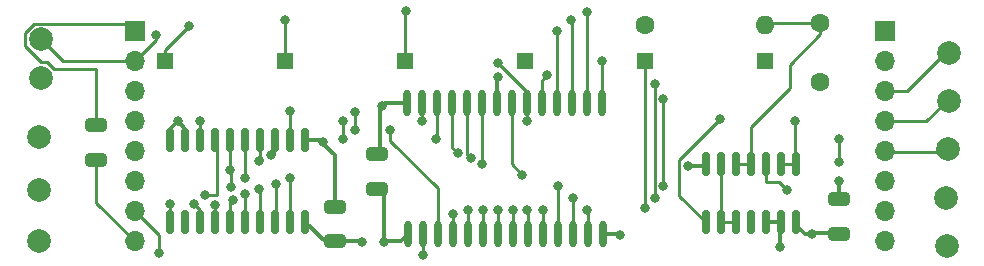
<source format=gtl>
G04 #@! TF.GenerationSoftware,KiCad,Pcbnew,6.0.9-8da3e8f707~116~ubuntu20.04.1*
G04 #@! TF.CreationDate,2022-11-07T18:31:12+00:00*
G04 #@! TF.ProjectId,slrm,736c726d-2e6b-4696-9361-645f70636258,rev?*
G04 #@! TF.SameCoordinates,Original*
G04 #@! TF.FileFunction,Copper,L1,Top*
G04 #@! TF.FilePolarity,Positive*
%FSLAX46Y46*%
G04 Gerber Fmt 4.6, Leading zero omitted, Abs format (unit mm)*
G04 Created by KiCad (PCBNEW 6.0.9-8da3e8f707~116~ubuntu20.04.1) date 2022-11-07 18:31:12*
%MOMM*%
%LPD*%
G01*
G04 APERTURE LIST*
G04 Aperture macros list*
%AMRoundRect*
0 Rectangle with rounded corners*
0 $1 Rounding radius*
0 $2 $3 $4 $5 $6 $7 $8 $9 X,Y pos of 4 corners*
0 Add a 4 corners polygon primitive as box body*
4,1,4,$2,$3,$4,$5,$6,$7,$8,$9,$2,$3,0*
0 Add four circle primitives for the rounded corners*
1,1,$1+$1,$2,$3*
1,1,$1+$1,$4,$5*
1,1,$1+$1,$6,$7*
1,1,$1+$1,$8,$9*
0 Add four rect primitives between the rounded corners*
20,1,$1+$1,$2,$3,$4,$5,0*
20,1,$1+$1,$4,$5,$6,$7,0*
20,1,$1+$1,$6,$7,$8,$9,0*
20,1,$1+$1,$8,$9,$2,$3,0*%
G04 Aperture macros list end*
G04 #@! TA.AperFunction,SMDPad,CuDef*
%ADD10RoundRect,0.250000X0.650000X-0.325000X0.650000X0.325000X-0.650000X0.325000X-0.650000X-0.325000X0*%
G04 #@! TD*
G04 #@! TA.AperFunction,ComponentPad*
%ADD11C,2.000000*%
G04 #@! TD*
G04 #@! TA.AperFunction,SMDPad,CuDef*
%ADD12RoundRect,0.150000X-0.150000X0.825000X-0.150000X-0.825000X0.150000X-0.825000X0.150000X0.825000X0*%
G04 #@! TD*
G04 #@! TA.AperFunction,ComponentPad*
%ADD13R,1.350000X1.350000*%
G04 #@! TD*
G04 #@! TA.AperFunction,ComponentPad*
%ADD14C,1.600000*%
G04 #@! TD*
G04 #@! TA.AperFunction,SMDPad,CuDef*
%ADD15O,0.600000X2.250000*%
G04 #@! TD*
G04 #@! TA.AperFunction,ComponentPad*
%ADD16R,1.700000X1.700000*%
G04 #@! TD*
G04 #@! TA.AperFunction,ComponentPad*
%ADD17O,1.700000X1.700000*%
G04 #@! TD*
G04 #@! TA.AperFunction,ComponentPad*
%ADD18O,1.600000X1.600000*%
G04 #@! TD*
G04 #@! TA.AperFunction,SMDPad,CuDef*
%ADD19RoundRect,0.150000X-0.150000X0.837500X-0.150000X-0.837500X0.150000X-0.837500X0.150000X0.837500X0*%
G04 #@! TD*
G04 #@! TA.AperFunction,SMDPad,CuDef*
%ADD20RoundRect,0.250000X-0.650000X0.325000X-0.650000X-0.325000X0.650000X-0.325000X0.650000X0.325000X0*%
G04 #@! TD*
G04 #@! TA.AperFunction,ViaPad*
%ADD21C,0.800000*%
G04 #@! TD*
G04 #@! TA.AperFunction,Conductor*
%ADD22C,0.250000*%
G04 #@! TD*
G04 #@! TA.AperFunction,Conductor*
%ADD23C,0.350000*%
G04 #@! TD*
G04 APERTURE END LIST*
D10*
X116110000Y-97255000D03*
X116110000Y-94305000D03*
D11*
X188282400Y-88177000D03*
X188307800Y-92291800D03*
X188257000Y-96355800D03*
X188130000Y-104560000D03*
X188079200Y-100470600D03*
X111419400Y-90278400D03*
X111401600Y-87041200D03*
X111300000Y-95296200D03*
X111300000Y-99766600D03*
X111300000Y-104110000D03*
D12*
X175340000Y-97595000D03*
X174070000Y-97595000D03*
X172800000Y-97595000D03*
X171530000Y-97595000D03*
X170260000Y-97595000D03*
X168990000Y-97595000D03*
X167720000Y-97595000D03*
X167720000Y-102545000D03*
X168990000Y-102545000D03*
X170260000Y-102545000D03*
X171530000Y-102545000D03*
X172800000Y-102545000D03*
X174070000Y-102545000D03*
X175340000Y-102545000D03*
D10*
X179020000Y-103485000D03*
X179020000Y-100535000D03*
D13*
X121920000Y-88900000D03*
X162560000Y-88900000D03*
D14*
X177400000Y-85690000D03*
X177400000Y-90690000D03*
D13*
X142240000Y-88900000D03*
D15*
X142493809Y-103550000D03*
X143763809Y-103550000D03*
X145033809Y-103550000D03*
X146303809Y-103550000D03*
X147573809Y-103550000D03*
X148843809Y-103550000D03*
X150113809Y-103550000D03*
X151383809Y-103550000D03*
X152653809Y-103550000D03*
X153923809Y-103550000D03*
X155193809Y-103550000D03*
X156463809Y-103550000D03*
X157733809Y-103550000D03*
X159003809Y-103550000D03*
X158943809Y-92450000D03*
X157673809Y-92450000D03*
X156403809Y-92450000D03*
X155133809Y-92450000D03*
X153863809Y-92450000D03*
X152593809Y-92450000D03*
X151323809Y-92450000D03*
X150053809Y-92450000D03*
X148783809Y-92450000D03*
X147513809Y-92450000D03*
X146243809Y-92450000D03*
X144973809Y-92450000D03*
X143703809Y-92450000D03*
X142433809Y-92450000D03*
D16*
X119380000Y-86360000D03*
D17*
X119380000Y-88900000D03*
X119380000Y-91440000D03*
X119380000Y-93980000D03*
X119380000Y-96520000D03*
X119380000Y-99060000D03*
X119380000Y-101600000D03*
X119380000Y-104140000D03*
D14*
X162585400Y-85826600D03*
D18*
X172745400Y-85826600D03*
D10*
X136300000Y-104150000D03*
X136300000Y-101200000D03*
D16*
X182880000Y-86360000D03*
D17*
X182880000Y-88900000D03*
X182880000Y-91440000D03*
X182880000Y-93980000D03*
X182880000Y-96520000D03*
X182880000Y-99060000D03*
X182880000Y-101600000D03*
X182880000Y-104140000D03*
D13*
X132080000Y-88900000D03*
X172720000Y-88900000D03*
D19*
X133815000Y-95577500D03*
X132545000Y-95577500D03*
X131275000Y-95577500D03*
X130005000Y-95577500D03*
X128735000Y-95577500D03*
X127465000Y-95577500D03*
X126195000Y-95577500D03*
X124925000Y-95577500D03*
X123655000Y-95577500D03*
X122385000Y-95577500D03*
X122385000Y-102502500D03*
X123655000Y-102502500D03*
X124925000Y-102502500D03*
X126195000Y-102502500D03*
X127465000Y-102502500D03*
X128735000Y-102502500D03*
X130005000Y-102502500D03*
X131275000Y-102502500D03*
X132545000Y-102502500D03*
X133815000Y-102502500D03*
D13*
X152400000Y-88900000D03*
D20*
X139900000Y-96789583D03*
X139900000Y-99739583D03*
D21*
X138585685Y-104205946D03*
X176700000Y-103500000D03*
X140350000Y-92650000D03*
X135320000Y-95750000D03*
X179000000Y-99000000D03*
X174040000Y-104630000D03*
X150100000Y-90200000D03*
X140500000Y-104200000D03*
X123000000Y-93980000D03*
X166180000Y-97780000D03*
X160500000Y-103600000D03*
X121195500Y-86700000D03*
X154300000Y-90100000D03*
X137000000Y-95451000D03*
X144900000Y-95451000D03*
X137000000Y-93980000D03*
X124900000Y-93980000D03*
X128700000Y-98800000D03*
X152200000Y-98500000D03*
X127482600Y-98075500D03*
X148800000Y-97575500D03*
X127500000Y-99524500D03*
X121400000Y-105100000D03*
X125345059Y-100249000D03*
X143800000Y-105300000D03*
X155100000Y-86300000D03*
X124000000Y-85900000D03*
X156300000Y-85400000D03*
X132100000Y-85375500D03*
X157700000Y-84700000D03*
X142300000Y-84675500D03*
X158900000Y-88900000D03*
X162600000Y-101300000D03*
X157700000Y-101500000D03*
X163400000Y-90800000D03*
X156500000Y-100500000D03*
X163400000Y-100500000D03*
X155200000Y-99500000D03*
X164124500Y-99500000D03*
X164124500Y-92100000D03*
X143700000Y-94000000D03*
X175300000Y-94000000D03*
X138000000Y-93192600D03*
X138000000Y-94726500D03*
X132537200Y-93141800D03*
X141000000Y-94726500D03*
X129921000Y-97325500D03*
X147818154Y-97125500D03*
X130885397Y-96875500D03*
X146710400Y-96675500D03*
X179000000Y-97400000D03*
X179000000Y-95450500D03*
X174600000Y-99800000D03*
X122402600Y-100973500D03*
X146300000Y-101800000D03*
X124383800Y-100973500D03*
X126200000Y-101075500D03*
X147600000Y-101500000D03*
X148900000Y-101500000D03*
X127700000Y-100625500D03*
X150100000Y-101500000D03*
X128700000Y-100175500D03*
X129900000Y-99725500D03*
X151400000Y-101500000D03*
X152600000Y-101500000D03*
X131300000Y-99275500D03*
X153900000Y-101500000D03*
X132500000Y-98825500D03*
X168940000Y-93780000D03*
X152560000Y-94001500D03*
X150090000Y-89010000D03*
D22*
X116110000Y-94305000D02*
X116110000Y-89550000D01*
X116110000Y-89550000D02*
X112564833Y-89550000D01*
X112564833Y-89550000D02*
X111950433Y-88935600D01*
X111950433Y-88935600D02*
X111422167Y-88935600D01*
X110076600Y-87590033D02*
X110076600Y-86492367D01*
X110076600Y-86492367D02*
X110852767Y-85716200D01*
X110852767Y-85716200D02*
X118736200Y-85716200D01*
X111422167Y-88935600D02*
X110076600Y-87590033D01*
X118736200Y-85716200D02*
X119380000Y-86360000D01*
X116110000Y-97255000D02*
X116110000Y-100870000D01*
X116110000Y-100870000D02*
X119380000Y-104140000D01*
D23*
X174070000Y-102545000D02*
X172800000Y-102545000D01*
D22*
X170260000Y-102545000D02*
X168990000Y-102545000D01*
X168990000Y-97595000D02*
X168990000Y-102545000D01*
X168940000Y-93780000D02*
X165455000Y-97265000D01*
X165455000Y-97265000D02*
X165455000Y-100280000D01*
X165455000Y-100280000D02*
X167720000Y-102545000D01*
D23*
X166180000Y-97780000D02*
X167600000Y-97780000D01*
X167600000Y-97780000D02*
X167665000Y-97715000D01*
D22*
X171530000Y-97595000D02*
X170260000Y-97595000D01*
X177400000Y-85690000D02*
X177400000Y-86622200D01*
X174840000Y-89182200D02*
X174840000Y-91190000D01*
X177400000Y-86622200D02*
X174840000Y-89182200D01*
X174840000Y-91190000D02*
X171530000Y-94500000D01*
X171530000Y-94500000D02*
X171530000Y-97595000D01*
X175340000Y-97595000D02*
X174070000Y-97595000D01*
X172800000Y-98600000D02*
X172800000Y-99080000D01*
X172800000Y-99080000D02*
X172830000Y-99110000D01*
X173910000Y-99110000D02*
X172830000Y-99110000D01*
X174600000Y-99800000D02*
X173910000Y-99110000D01*
D23*
X133815000Y-102502500D02*
X135612500Y-104300000D01*
X176725000Y-103475000D02*
X179000000Y-103475000D01*
X176700000Y-103500000D02*
X176120000Y-103500000D01*
X140121235Y-92878765D02*
X140350000Y-92650000D01*
X176120000Y-103500000D02*
X175285000Y-102665000D01*
X140350000Y-92650000D02*
X140550000Y-92450000D01*
X138529739Y-104150000D02*
X138585685Y-104205946D01*
X136300000Y-104150000D02*
X138529739Y-104150000D01*
X140121235Y-96568348D02*
X140121235Y-92878765D01*
X135612500Y-104300000D02*
X136150000Y-104300000D01*
X139900000Y-96789583D02*
X140121235Y-96568348D01*
X140550000Y-92450000D02*
X142433809Y-92450000D01*
X176700000Y-103500000D02*
X176725000Y-103475000D01*
X122385000Y-94595000D02*
X123000000Y-93980000D01*
X174015000Y-104605000D02*
X174015000Y-102665000D01*
X141903809Y-104140000D02*
X140560000Y-104140000D01*
X135147500Y-95577500D02*
X133815000Y-95577500D01*
X140500000Y-104200000D02*
X140500000Y-100339583D01*
X174040000Y-104630000D02*
X174015000Y-104605000D01*
X135320000Y-95750000D02*
X135320000Y-95895000D01*
X159003809Y-103550000D02*
X160450000Y-103550000D01*
X135320000Y-95895000D02*
X136300000Y-96875000D01*
X122385000Y-95577500D02*
X122385000Y-94595000D01*
X140500000Y-100339583D02*
X139900000Y-99739583D01*
X160450000Y-103550000D02*
X160500000Y-103600000D01*
X123655000Y-95577500D02*
X123655000Y-94635000D01*
X142493809Y-103550000D02*
X141903809Y-104140000D01*
X140560000Y-104140000D02*
X140500000Y-104200000D01*
X135320000Y-95750000D02*
X135147500Y-95577500D01*
X136300000Y-96875000D02*
X136300000Y-101200000D01*
X123655000Y-94635000D02*
X123000000Y-93980000D01*
X150053809Y-90246191D02*
X150100000Y-90200000D01*
X150053809Y-92450000D02*
X150053809Y-90246191D01*
X179000000Y-100525000D02*
X179000000Y-99000000D01*
D22*
X113309400Y-88900000D02*
X111582200Y-87172800D01*
X119380000Y-88900000D02*
X113309400Y-88900000D01*
X121195500Y-86700000D02*
X121195500Y-87084500D01*
X121195500Y-87084500D02*
X119380000Y-88900000D01*
X154300000Y-90100000D02*
X153863809Y-90536191D01*
X153863809Y-90536191D02*
X153863809Y-92450000D01*
X124900000Y-93980000D02*
X124900000Y-95552500D01*
X124900000Y-95552500D02*
X124925000Y-95577500D01*
X144973809Y-95377191D02*
X144900000Y-95451000D01*
X144973809Y-92450000D02*
X144973809Y-95377191D01*
X137000000Y-95451000D02*
X137000000Y-93980000D01*
X151323809Y-97623809D02*
X151323809Y-92450000D01*
X128700000Y-95612500D02*
X128735000Y-95577500D01*
X152200000Y-98500000D02*
X151323809Y-97623809D01*
X128700000Y-98800000D02*
X128700000Y-95612500D01*
X148783809Y-97559309D02*
X148783809Y-92450000D01*
X127482600Y-98075500D02*
X127482600Y-95595100D01*
X127500000Y-98092900D02*
X127500000Y-99524500D01*
X127482600Y-95595100D02*
X127465000Y-95577500D01*
X127482600Y-98075500D02*
X127500000Y-98092900D01*
X148800000Y-97575500D02*
X148783809Y-97559309D01*
X143763809Y-103550000D02*
X143763809Y-104936191D01*
X143763809Y-104936191D02*
X143763809Y-105263809D01*
X126195000Y-95577500D02*
X126300000Y-95682500D01*
X143763809Y-105263809D02*
X143800000Y-105300000D01*
X121400000Y-103620000D02*
X119380000Y-101600000D01*
X121400000Y-105100000D02*
X121400000Y-103620000D01*
X125394059Y-100200000D02*
X125345059Y-100249000D01*
X126300000Y-95682500D02*
X126300000Y-100200000D01*
X126300000Y-100200000D02*
X125394059Y-100200000D01*
X155100000Y-86300000D02*
X155133809Y-86333809D01*
X121920000Y-87980000D02*
X121920000Y-88900000D01*
X124000000Y-85900000D02*
X121920000Y-87980000D01*
X155133809Y-86333809D02*
X155133809Y-92450000D01*
X132100000Y-85375500D02*
X132080000Y-85395500D01*
X132080000Y-85395500D02*
X132080000Y-88900000D01*
X156403809Y-85503809D02*
X156403809Y-92450000D01*
X156300000Y-85400000D02*
X156403809Y-85503809D01*
X142300000Y-84675500D02*
X142240000Y-84735500D01*
X157700000Y-84700000D02*
X157673809Y-84726191D01*
X157673809Y-84726191D02*
X157673809Y-92450000D01*
X142240000Y-84735500D02*
X142240000Y-88900000D01*
X158943809Y-88943809D02*
X158900000Y-88900000D01*
X158943809Y-92450000D02*
X158943809Y-88943809D01*
X162560000Y-101260000D02*
X162560000Y-88900000D01*
X162600000Y-101300000D02*
X162560000Y-101260000D01*
X157733809Y-103550000D02*
X157733809Y-101533809D01*
X157733809Y-101533809D02*
X157700000Y-101500000D01*
X156463809Y-100536191D02*
X156463809Y-103550000D01*
X163400000Y-100500000D02*
X163400000Y-90800000D01*
X156500000Y-100500000D02*
X156463809Y-100536191D01*
X155193809Y-99506191D02*
X155193809Y-103550000D01*
X164124500Y-99500000D02*
X164124500Y-92100000D01*
X155200000Y-99500000D02*
X155193809Y-99506191D01*
X182880000Y-91440000D02*
X184759600Y-91440000D01*
X143700000Y-94000000D02*
X143700000Y-92453809D01*
X184759600Y-91440000D02*
X187833000Y-88366600D01*
X186359800Y-93980000D02*
X187858400Y-92481400D01*
X182880000Y-93980000D02*
X186359800Y-93980000D01*
X175300000Y-94000000D02*
X175300000Y-97700000D01*
X145033809Y-103550000D02*
X145033809Y-99663809D01*
X145033809Y-99663809D02*
X141000000Y-95630000D01*
X132537200Y-95569700D02*
X132545000Y-95577500D01*
X187807600Y-96545400D02*
X182905400Y-96545400D01*
X141000000Y-95630000D02*
X141000000Y-94726500D01*
X138000000Y-94726500D02*
X138000000Y-93192600D01*
X182905400Y-96545400D02*
X182880000Y-96520000D01*
X132537200Y-93141800D02*
X132537200Y-95569700D01*
X130005000Y-97005000D02*
X130165000Y-97165000D01*
X130005000Y-95577500D02*
X130005000Y-97005000D01*
X147513809Y-96821155D02*
X147513809Y-92450000D01*
X147818154Y-97125500D02*
X147513809Y-96821155D01*
X179000000Y-97400000D02*
X179000000Y-95450500D01*
X146243809Y-96208909D02*
X146243809Y-92450000D01*
X131275000Y-96485897D02*
X131275000Y-95577500D01*
X146710400Y-96675500D02*
X146243809Y-96208909D01*
X130885397Y-96875500D02*
X131275000Y-96485897D01*
X122385000Y-100991100D02*
X122385000Y-102502500D01*
X122402600Y-100973500D02*
X122385000Y-100991100D01*
X124383800Y-100973500D02*
X124925000Y-101514700D01*
X124925000Y-101514700D02*
X124925000Y-102502500D01*
X146303809Y-103550000D02*
X146303809Y-101803809D01*
X146303809Y-101803809D02*
X146300000Y-101800000D01*
X147573809Y-101526191D02*
X147573809Y-103550000D01*
X147600000Y-101500000D02*
X147573809Y-101526191D01*
X126200000Y-102497500D02*
X126195000Y-102502500D01*
X126200000Y-101075500D02*
X126200000Y-102497500D01*
X148843809Y-101556191D02*
X148843809Y-103550000D01*
X148900000Y-101500000D02*
X148843809Y-101556191D01*
X127465000Y-100860500D02*
X127465000Y-102502500D01*
X127700000Y-100625500D02*
X127465000Y-100860500D01*
X150113809Y-101513809D02*
X150113809Y-103550000D01*
X128700000Y-100175500D02*
X128700000Y-102467500D01*
X128700000Y-102467500D02*
X128735000Y-102502500D01*
X150100000Y-101500000D02*
X150113809Y-101513809D01*
X151383809Y-103516191D02*
X151383809Y-103550000D01*
X129900000Y-99725500D02*
X130000000Y-99825500D01*
X130000000Y-99825500D02*
X130000000Y-102497500D01*
X130000000Y-102497500D02*
X130005000Y-102502500D01*
X151400000Y-103500000D02*
X151383809Y-103516191D01*
X151400000Y-101500000D02*
X151400000Y-103500000D01*
X131300000Y-102477500D02*
X131275000Y-102502500D01*
X152600000Y-101500000D02*
X152653809Y-101553809D01*
X152653809Y-101553809D02*
X152653809Y-103550000D01*
X131300000Y-99275500D02*
X131300000Y-102477500D01*
X153923809Y-101523809D02*
X153923809Y-103550000D01*
X132500000Y-98825500D02*
X132500000Y-102457500D01*
X153900000Y-101500000D02*
X153923809Y-101523809D01*
X132500000Y-102457500D02*
X132545000Y-102502500D01*
X172882000Y-85690000D02*
X172745400Y-85826600D01*
X177400000Y-85690000D02*
X172882000Y-85690000D01*
X152593809Y-91513809D02*
X150090000Y-89010000D01*
X152593809Y-93967691D02*
X152593809Y-92450000D01*
X152600000Y-91600000D02*
X152600000Y-92443809D01*
X152600000Y-92443809D02*
X152593809Y-92450000D01*
X152593809Y-92450000D02*
X152593809Y-91513809D01*
X152560000Y-94001500D02*
X152593809Y-93967691D01*
M02*

</source>
